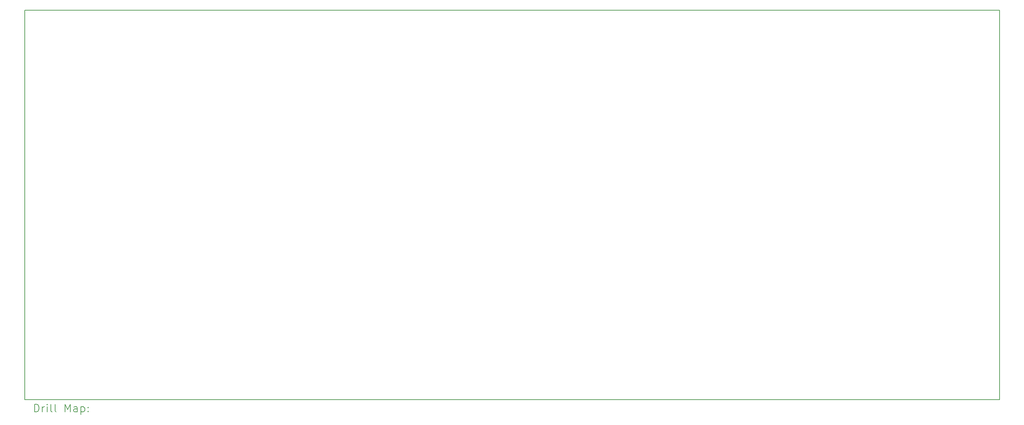
<source format=gbr>
%TF.GenerationSoftware,KiCad,Pcbnew,8.0.5*%
%TF.CreationDate,2024-09-28T19:10:56+02:00*%
%TF.ProjectId,FCU_Mainboard_v4,4643555f-4d61-4696-9e62-6f6172645f76,rev?*%
%TF.SameCoordinates,Original*%
%TF.FileFunction,Drillmap*%
%TF.FilePolarity,Positive*%
%FSLAX45Y45*%
G04 Gerber Fmt 4.5, Leading zero omitted, Abs format (unit mm)*
G04 Created by KiCad (PCBNEW 8.0.5) date 2024-09-28 19:10:56*
%MOMM*%
%LPD*%
G01*
G04 APERTURE LIST*
%ADD10C,0.150000*%
%ADD11C,0.200000*%
G04 APERTURE END LIST*
D10*
X2000000Y-1995000D02*
X27000000Y-1995000D01*
X27000000Y-11995000D01*
X2000000Y-11995000D01*
X2000000Y-1995000D01*
D11*
X2253277Y-12313984D02*
X2253277Y-12113984D01*
X2253277Y-12113984D02*
X2300896Y-12113984D01*
X2300896Y-12113984D02*
X2329467Y-12123508D01*
X2329467Y-12123508D02*
X2348515Y-12142555D01*
X2348515Y-12142555D02*
X2358039Y-12161603D01*
X2358039Y-12161603D02*
X2367563Y-12199698D01*
X2367563Y-12199698D02*
X2367563Y-12228269D01*
X2367563Y-12228269D02*
X2358039Y-12266365D01*
X2358039Y-12266365D02*
X2348515Y-12285412D01*
X2348515Y-12285412D02*
X2329467Y-12304460D01*
X2329467Y-12304460D02*
X2300896Y-12313984D01*
X2300896Y-12313984D02*
X2253277Y-12313984D01*
X2453277Y-12313984D02*
X2453277Y-12180650D01*
X2453277Y-12218746D02*
X2462801Y-12199698D01*
X2462801Y-12199698D02*
X2472324Y-12190174D01*
X2472324Y-12190174D02*
X2491372Y-12180650D01*
X2491372Y-12180650D02*
X2510420Y-12180650D01*
X2577086Y-12313984D02*
X2577086Y-12180650D01*
X2577086Y-12113984D02*
X2567563Y-12123508D01*
X2567563Y-12123508D02*
X2577086Y-12133031D01*
X2577086Y-12133031D02*
X2586610Y-12123508D01*
X2586610Y-12123508D02*
X2577086Y-12113984D01*
X2577086Y-12113984D02*
X2577086Y-12133031D01*
X2700896Y-12313984D02*
X2681848Y-12304460D01*
X2681848Y-12304460D02*
X2672324Y-12285412D01*
X2672324Y-12285412D02*
X2672324Y-12113984D01*
X2805658Y-12313984D02*
X2786610Y-12304460D01*
X2786610Y-12304460D02*
X2777086Y-12285412D01*
X2777086Y-12285412D02*
X2777086Y-12113984D01*
X3034229Y-12313984D02*
X3034229Y-12113984D01*
X3034229Y-12113984D02*
X3100896Y-12256841D01*
X3100896Y-12256841D02*
X3167562Y-12113984D01*
X3167562Y-12113984D02*
X3167562Y-12313984D01*
X3348515Y-12313984D02*
X3348515Y-12209222D01*
X3348515Y-12209222D02*
X3338991Y-12190174D01*
X3338991Y-12190174D02*
X3319943Y-12180650D01*
X3319943Y-12180650D02*
X3281848Y-12180650D01*
X3281848Y-12180650D02*
X3262801Y-12190174D01*
X3348515Y-12304460D02*
X3329467Y-12313984D01*
X3329467Y-12313984D02*
X3281848Y-12313984D01*
X3281848Y-12313984D02*
X3262801Y-12304460D01*
X3262801Y-12304460D02*
X3253277Y-12285412D01*
X3253277Y-12285412D02*
X3253277Y-12266365D01*
X3253277Y-12266365D02*
X3262801Y-12247317D01*
X3262801Y-12247317D02*
X3281848Y-12237793D01*
X3281848Y-12237793D02*
X3329467Y-12237793D01*
X3329467Y-12237793D02*
X3348515Y-12228269D01*
X3443753Y-12180650D02*
X3443753Y-12380650D01*
X3443753Y-12190174D02*
X3462801Y-12180650D01*
X3462801Y-12180650D02*
X3500896Y-12180650D01*
X3500896Y-12180650D02*
X3519943Y-12190174D01*
X3519943Y-12190174D02*
X3529467Y-12199698D01*
X3529467Y-12199698D02*
X3538991Y-12218746D01*
X3538991Y-12218746D02*
X3538991Y-12275888D01*
X3538991Y-12275888D02*
X3529467Y-12294936D01*
X3529467Y-12294936D02*
X3519943Y-12304460D01*
X3519943Y-12304460D02*
X3500896Y-12313984D01*
X3500896Y-12313984D02*
X3462801Y-12313984D01*
X3462801Y-12313984D02*
X3443753Y-12304460D01*
X3624705Y-12294936D02*
X3634229Y-12304460D01*
X3634229Y-12304460D02*
X3624705Y-12313984D01*
X3624705Y-12313984D02*
X3615182Y-12304460D01*
X3615182Y-12304460D02*
X3624705Y-12294936D01*
X3624705Y-12294936D02*
X3624705Y-12313984D01*
X3624705Y-12190174D02*
X3634229Y-12199698D01*
X3634229Y-12199698D02*
X3624705Y-12209222D01*
X3624705Y-12209222D02*
X3615182Y-12199698D01*
X3615182Y-12199698D02*
X3624705Y-12190174D01*
X3624705Y-12190174D02*
X3624705Y-12209222D01*
M02*

</source>
